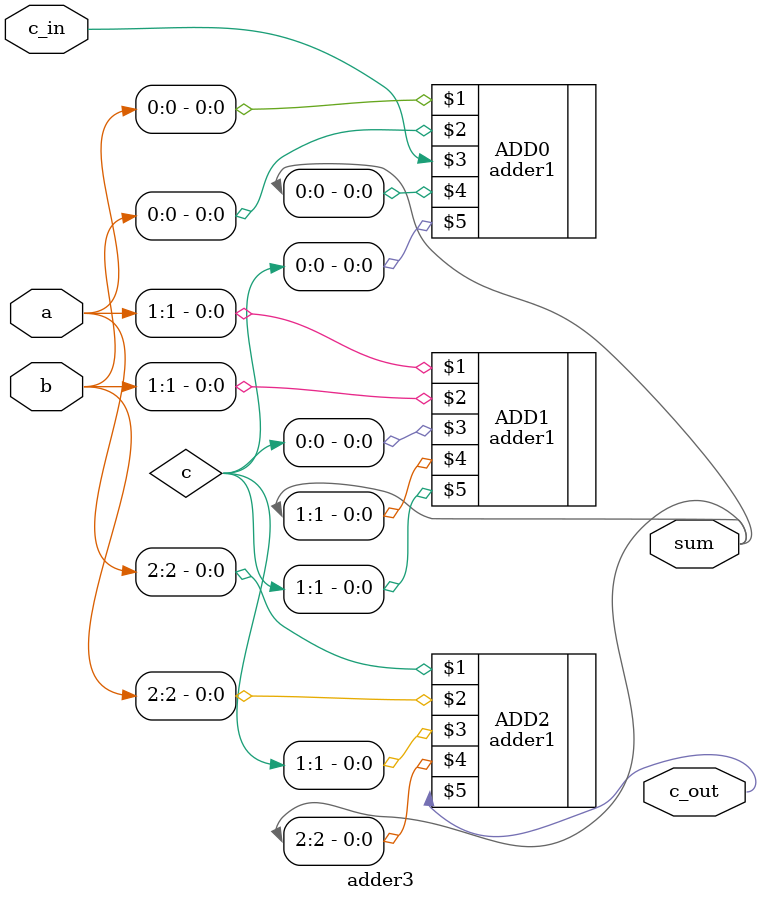
<source format=sv>
module adder3(a, b, c_in, sum, c_out);
  input wire [2:0] a;
  input wire [2:0] b;
  input wire c_in;
  
  output wire [2:0] sum;
  output wire c_out;
  wire [1:0] c;

  // Adds the least significant bits, carries out
  adder1 ADD0 (
    a[0], b[0], c_in, sum[0], c[0]
  );

  // Adds the middle bits and carry, carries out
  adder1 ADD1 (
    a[1], b[1], c[0], sum[1], c[1]
  );

  // Adds the most significant bits and carry from middle bit, carries out
  adder1 ADD2 (
    a[2], b[2], c[1], sum[2], c_out
  );
endmodule
</source>
